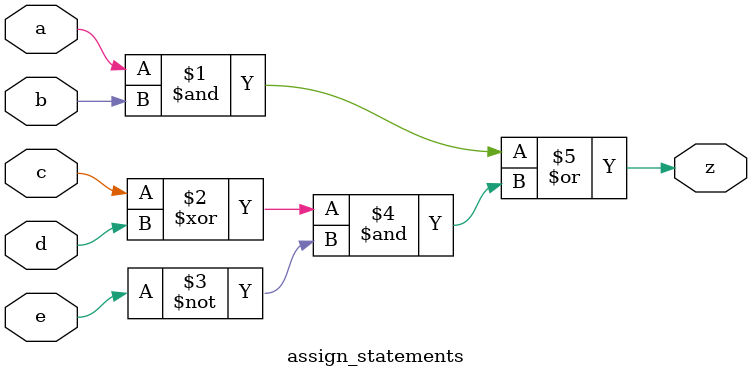
<source format=v>
module assign_statements(
input a,b,c,d,e,
output z);


assign z = ((a&b) | (c^d) & ~e);



endmodule 

</source>
